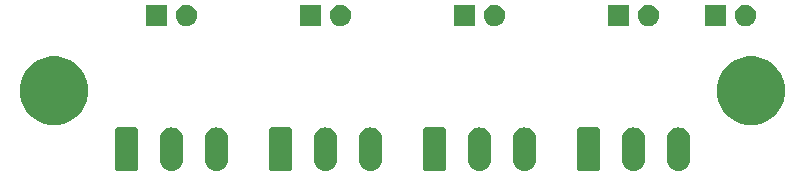
<source format=gbr>
G04 #@! TF.GenerationSoftware,KiCad,Pcbnew,(5.1.5)-3*
G04 #@! TF.CreationDate,2020-03-10T12:06:21-04:00*
G04 #@! TF.ProjectId,Step_Direction_Board,53746570-5f44-4697-9265-6374696f6e5f,rev?*
G04 #@! TF.SameCoordinates,PX7270e00PY78a3ca0*
G04 #@! TF.FileFunction,Soldermask,Top*
G04 #@! TF.FilePolarity,Negative*
%FSLAX46Y46*%
G04 Gerber Fmt 4.6, Leading zero omitted, Abs format (unit mm)*
G04 Created by KiCad (PCBNEW (5.1.5)-3) date 2020-03-10 12:06:21*
%MOMM*%
%LPD*%
G04 APERTURE LIST*
%ADD10C,0.100000*%
G04 APERTURE END LIST*
D10*
G36*
X56057479Y5873893D02*
G01*
X56057482Y5873892D01*
X56057483Y5873892D01*
X56236747Y5819513D01*
X56236750Y5819511D01*
X56236751Y5819511D01*
X56401958Y5731207D01*
X56546767Y5612365D01*
X56665609Y5467556D01*
X56753913Y5302350D01*
X56753915Y5302346D01*
X56753915Y5302345D01*
X56808295Y5123078D01*
X56822055Y4983371D01*
X56822055Y3089935D01*
X56808295Y2950228D01*
X56808294Y2950225D01*
X56808294Y2950224D01*
X56753915Y2770960D01*
X56753913Y2770957D01*
X56753913Y2770956D01*
X56665609Y2605750D01*
X56546767Y2460941D01*
X56401958Y2342099D01*
X56254480Y2263271D01*
X56236748Y2253793D01*
X56057484Y2199414D01*
X56057483Y2199414D01*
X56057480Y2199413D01*
X55871055Y2181052D01*
X55684631Y2199413D01*
X55684628Y2199414D01*
X55684627Y2199414D01*
X55505363Y2253793D01*
X55487631Y2263271D01*
X55340153Y2342099D01*
X55195344Y2460941D01*
X55076502Y2605750D01*
X54988198Y2770956D01*
X54988198Y2770957D01*
X54988196Y2770960D01*
X54933817Y2950224D01*
X54933817Y2950225D01*
X54933816Y2950228D01*
X54920055Y3089936D01*
X54920055Y4983370D01*
X54933815Y5123077D01*
X54933816Y5123081D01*
X54988195Y5302345D01*
X54988198Y5302350D01*
X55076501Y5467556D01*
X55195343Y5612365D01*
X55340152Y5731207D01*
X55505358Y5819511D01*
X55505359Y5819511D01*
X55505362Y5819513D01*
X55684626Y5873892D01*
X55684627Y5873892D01*
X55684630Y5873893D01*
X55871055Y5892254D01*
X56057479Y5873893D01*
G37*
G36*
X52247479Y5873893D02*
G01*
X52247482Y5873892D01*
X52247483Y5873892D01*
X52426747Y5819513D01*
X52426750Y5819511D01*
X52426751Y5819511D01*
X52591958Y5731207D01*
X52736767Y5612365D01*
X52855609Y5467556D01*
X52943913Y5302350D01*
X52943915Y5302346D01*
X52943915Y5302345D01*
X52998295Y5123078D01*
X53012055Y4983371D01*
X53012055Y3089935D01*
X52998295Y2950228D01*
X52998294Y2950225D01*
X52998294Y2950224D01*
X52943915Y2770960D01*
X52943913Y2770957D01*
X52943913Y2770956D01*
X52855609Y2605750D01*
X52736767Y2460941D01*
X52591958Y2342099D01*
X52444480Y2263271D01*
X52426748Y2253793D01*
X52247484Y2199414D01*
X52247483Y2199414D01*
X52247480Y2199413D01*
X52061055Y2181052D01*
X51874631Y2199413D01*
X51874628Y2199414D01*
X51874627Y2199414D01*
X51695363Y2253793D01*
X51677631Y2263271D01*
X51530153Y2342099D01*
X51385344Y2460941D01*
X51266502Y2605750D01*
X51178198Y2770956D01*
X51178198Y2770957D01*
X51178196Y2770960D01*
X51123817Y2950224D01*
X51123817Y2950225D01*
X51123816Y2950228D01*
X51110055Y3089936D01*
X51110055Y4983370D01*
X51123815Y5123077D01*
X51123816Y5123081D01*
X51178195Y5302345D01*
X51178198Y5302350D01*
X51266501Y5467556D01*
X51385343Y5612365D01*
X51530152Y5731207D01*
X51695358Y5819511D01*
X51695359Y5819511D01*
X51695362Y5819513D01*
X51874626Y5873892D01*
X51874627Y5873892D01*
X51874630Y5873893D01*
X52061055Y5892254D01*
X52247479Y5873893D01*
G37*
G36*
X43017479Y5873893D02*
G01*
X43017482Y5873892D01*
X43017483Y5873892D01*
X43196747Y5819513D01*
X43196750Y5819511D01*
X43196751Y5819511D01*
X43361958Y5731207D01*
X43506767Y5612365D01*
X43625609Y5467556D01*
X43713913Y5302350D01*
X43713915Y5302346D01*
X43713915Y5302345D01*
X43768295Y5123078D01*
X43782055Y4983371D01*
X43782055Y3089935D01*
X43768295Y2950228D01*
X43768294Y2950225D01*
X43768294Y2950224D01*
X43713915Y2770960D01*
X43713913Y2770957D01*
X43713913Y2770956D01*
X43625609Y2605750D01*
X43506767Y2460941D01*
X43361958Y2342099D01*
X43214480Y2263271D01*
X43196748Y2253793D01*
X43017484Y2199414D01*
X43017483Y2199414D01*
X43017480Y2199413D01*
X42831055Y2181052D01*
X42644631Y2199413D01*
X42644628Y2199414D01*
X42644627Y2199414D01*
X42465363Y2253793D01*
X42447631Y2263271D01*
X42300153Y2342099D01*
X42155344Y2460941D01*
X42036502Y2605750D01*
X41948198Y2770956D01*
X41948198Y2770957D01*
X41948196Y2770960D01*
X41893817Y2950224D01*
X41893817Y2950225D01*
X41893816Y2950228D01*
X41880055Y3089936D01*
X41880055Y4983370D01*
X41893815Y5123077D01*
X41893816Y5123081D01*
X41948195Y5302345D01*
X41948198Y5302350D01*
X42036501Y5467556D01*
X42155343Y5612365D01*
X42300152Y5731207D01*
X42465358Y5819511D01*
X42465359Y5819511D01*
X42465362Y5819513D01*
X42644626Y5873892D01*
X42644627Y5873892D01*
X42644630Y5873893D01*
X42831055Y5892254D01*
X43017479Y5873893D01*
G37*
G36*
X39207479Y5873893D02*
G01*
X39207482Y5873892D01*
X39207483Y5873892D01*
X39386747Y5819513D01*
X39386750Y5819511D01*
X39386751Y5819511D01*
X39551958Y5731207D01*
X39696767Y5612365D01*
X39815609Y5467556D01*
X39903913Y5302350D01*
X39903915Y5302346D01*
X39903915Y5302345D01*
X39958295Y5123078D01*
X39972055Y4983371D01*
X39972055Y3089935D01*
X39958295Y2950228D01*
X39958294Y2950225D01*
X39958294Y2950224D01*
X39903915Y2770960D01*
X39903913Y2770957D01*
X39903913Y2770956D01*
X39815609Y2605750D01*
X39696767Y2460941D01*
X39551958Y2342099D01*
X39404480Y2263271D01*
X39386748Y2253793D01*
X39207484Y2199414D01*
X39207483Y2199414D01*
X39207480Y2199413D01*
X39021055Y2181052D01*
X38834631Y2199413D01*
X38834628Y2199414D01*
X38834627Y2199414D01*
X38655363Y2253793D01*
X38637631Y2263271D01*
X38490153Y2342099D01*
X38345344Y2460941D01*
X38226502Y2605750D01*
X38138198Y2770956D01*
X38138198Y2770957D01*
X38138196Y2770960D01*
X38083817Y2950224D01*
X38083817Y2950225D01*
X38083816Y2950228D01*
X38070055Y3089936D01*
X38070055Y4983370D01*
X38083815Y5123077D01*
X38083816Y5123081D01*
X38138195Y5302345D01*
X38138198Y5302350D01*
X38226501Y5467556D01*
X38345343Y5612365D01*
X38490152Y5731207D01*
X38655358Y5819511D01*
X38655359Y5819511D01*
X38655362Y5819513D01*
X38834626Y5873892D01*
X38834627Y5873892D01*
X38834630Y5873893D01*
X39021055Y5892254D01*
X39207479Y5873893D01*
G37*
G36*
X29977479Y5873893D02*
G01*
X29977482Y5873892D01*
X29977483Y5873892D01*
X30156747Y5819513D01*
X30156750Y5819511D01*
X30156751Y5819511D01*
X30321958Y5731207D01*
X30466767Y5612365D01*
X30585609Y5467556D01*
X30673913Y5302350D01*
X30673915Y5302346D01*
X30673915Y5302345D01*
X30728295Y5123078D01*
X30742055Y4983371D01*
X30742055Y3089935D01*
X30728295Y2950228D01*
X30728294Y2950225D01*
X30728294Y2950224D01*
X30673915Y2770960D01*
X30673913Y2770957D01*
X30673913Y2770956D01*
X30585609Y2605750D01*
X30466767Y2460941D01*
X30321958Y2342099D01*
X30174480Y2263271D01*
X30156748Y2253793D01*
X29977484Y2199414D01*
X29977483Y2199414D01*
X29977480Y2199413D01*
X29791055Y2181052D01*
X29604631Y2199413D01*
X29604628Y2199414D01*
X29604627Y2199414D01*
X29425363Y2253793D01*
X29407631Y2263271D01*
X29260153Y2342099D01*
X29115344Y2460941D01*
X28996502Y2605750D01*
X28908198Y2770956D01*
X28908198Y2770957D01*
X28908196Y2770960D01*
X28853817Y2950224D01*
X28853817Y2950225D01*
X28853816Y2950228D01*
X28840055Y3089936D01*
X28840055Y4983370D01*
X28853815Y5123077D01*
X28853816Y5123081D01*
X28908195Y5302345D01*
X28908198Y5302350D01*
X28996501Y5467556D01*
X29115343Y5612365D01*
X29260152Y5731207D01*
X29425358Y5819511D01*
X29425359Y5819511D01*
X29425362Y5819513D01*
X29604626Y5873892D01*
X29604627Y5873892D01*
X29604630Y5873893D01*
X29791055Y5892254D01*
X29977479Y5873893D01*
G37*
G36*
X26167479Y5873893D02*
G01*
X26167482Y5873892D01*
X26167483Y5873892D01*
X26346747Y5819513D01*
X26346750Y5819511D01*
X26346751Y5819511D01*
X26511958Y5731207D01*
X26656767Y5612365D01*
X26775609Y5467556D01*
X26863913Y5302350D01*
X26863915Y5302346D01*
X26863915Y5302345D01*
X26918295Y5123078D01*
X26932055Y4983371D01*
X26932055Y3089935D01*
X26918295Y2950228D01*
X26918294Y2950225D01*
X26918294Y2950224D01*
X26863915Y2770960D01*
X26863913Y2770957D01*
X26863913Y2770956D01*
X26775609Y2605750D01*
X26656767Y2460941D01*
X26511958Y2342099D01*
X26364480Y2263271D01*
X26346748Y2253793D01*
X26167484Y2199414D01*
X26167483Y2199414D01*
X26167480Y2199413D01*
X25981055Y2181052D01*
X25794631Y2199413D01*
X25794628Y2199414D01*
X25794627Y2199414D01*
X25615363Y2253793D01*
X25597631Y2263271D01*
X25450153Y2342099D01*
X25305344Y2460941D01*
X25186502Y2605750D01*
X25098198Y2770956D01*
X25098198Y2770957D01*
X25098196Y2770960D01*
X25043817Y2950224D01*
X25043817Y2950225D01*
X25043816Y2950228D01*
X25030055Y3089936D01*
X25030055Y4983370D01*
X25043815Y5123077D01*
X25043816Y5123081D01*
X25098195Y5302345D01*
X25098198Y5302350D01*
X25186501Y5467556D01*
X25305343Y5612365D01*
X25450152Y5731207D01*
X25615358Y5819511D01*
X25615359Y5819511D01*
X25615362Y5819513D01*
X25794626Y5873892D01*
X25794627Y5873892D01*
X25794630Y5873893D01*
X25981055Y5892254D01*
X26167479Y5873893D01*
G37*
G36*
X13127479Y5873893D02*
G01*
X13127482Y5873892D01*
X13127483Y5873892D01*
X13306747Y5819513D01*
X13306750Y5819511D01*
X13306751Y5819511D01*
X13471958Y5731207D01*
X13616767Y5612365D01*
X13735609Y5467556D01*
X13823913Y5302350D01*
X13823915Y5302346D01*
X13823915Y5302345D01*
X13878295Y5123078D01*
X13892055Y4983371D01*
X13892055Y3089935D01*
X13878295Y2950228D01*
X13878294Y2950225D01*
X13878294Y2950224D01*
X13823915Y2770960D01*
X13823913Y2770957D01*
X13823913Y2770956D01*
X13735609Y2605750D01*
X13616767Y2460941D01*
X13471958Y2342099D01*
X13324480Y2263271D01*
X13306748Y2253793D01*
X13127484Y2199414D01*
X13127483Y2199414D01*
X13127480Y2199413D01*
X12941055Y2181052D01*
X12754631Y2199413D01*
X12754628Y2199414D01*
X12754627Y2199414D01*
X12575363Y2253793D01*
X12557631Y2263271D01*
X12410153Y2342099D01*
X12265344Y2460941D01*
X12146502Y2605750D01*
X12058198Y2770956D01*
X12058198Y2770957D01*
X12058196Y2770960D01*
X12003817Y2950224D01*
X12003817Y2950225D01*
X12003816Y2950228D01*
X11990055Y3089936D01*
X11990055Y4983370D01*
X12003815Y5123077D01*
X12003816Y5123081D01*
X12058195Y5302345D01*
X12058198Y5302350D01*
X12146501Y5467556D01*
X12265343Y5612365D01*
X12410152Y5731207D01*
X12575358Y5819511D01*
X12575359Y5819511D01*
X12575362Y5819513D01*
X12754626Y5873892D01*
X12754627Y5873892D01*
X12754630Y5873893D01*
X12941055Y5892254D01*
X13127479Y5873893D01*
G37*
G36*
X16937479Y5873893D02*
G01*
X16937482Y5873892D01*
X16937483Y5873892D01*
X17116747Y5819513D01*
X17116750Y5819511D01*
X17116751Y5819511D01*
X17281958Y5731207D01*
X17426767Y5612365D01*
X17545609Y5467556D01*
X17633913Y5302350D01*
X17633915Y5302346D01*
X17633915Y5302345D01*
X17688295Y5123078D01*
X17702055Y4983371D01*
X17702055Y3089935D01*
X17688295Y2950228D01*
X17688294Y2950225D01*
X17688294Y2950224D01*
X17633915Y2770960D01*
X17633913Y2770957D01*
X17633913Y2770956D01*
X17545609Y2605750D01*
X17426767Y2460941D01*
X17281958Y2342099D01*
X17134480Y2263271D01*
X17116748Y2253793D01*
X16937484Y2199414D01*
X16937483Y2199414D01*
X16937480Y2199413D01*
X16751055Y2181052D01*
X16564631Y2199413D01*
X16564628Y2199414D01*
X16564627Y2199414D01*
X16385363Y2253793D01*
X16367631Y2263271D01*
X16220153Y2342099D01*
X16075344Y2460941D01*
X15956502Y2605750D01*
X15868198Y2770956D01*
X15868198Y2770957D01*
X15868196Y2770960D01*
X15813817Y2950224D01*
X15813817Y2950225D01*
X15813816Y2950228D01*
X15800055Y3089936D01*
X15800055Y4983370D01*
X15813815Y5123077D01*
X15813816Y5123081D01*
X15868195Y5302345D01*
X15868198Y5302350D01*
X15956501Y5467556D01*
X16075343Y5612365D01*
X16220152Y5731207D01*
X16385358Y5819511D01*
X16385359Y5819511D01*
X16385362Y5819513D01*
X16564626Y5873892D01*
X16564627Y5873892D01*
X16564630Y5873893D01*
X16751055Y5892254D01*
X16937479Y5873893D01*
G37*
G36*
X22981970Y5883719D02*
G01*
X23014479Y5873858D01*
X23044437Y5857844D01*
X23070696Y5836294D01*
X23092246Y5810035D01*
X23108260Y5780077D01*
X23118121Y5747568D01*
X23122055Y5707624D01*
X23122055Y2365682D01*
X23118121Y2325738D01*
X23108260Y2293229D01*
X23092246Y2263271D01*
X23070696Y2237012D01*
X23044437Y2215462D01*
X23014479Y2199448D01*
X22981970Y2189587D01*
X22942026Y2185653D01*
X21400084Y2185653D01*
X21360140Y2189587D01*
X21327631Y2199448D01*
X21297673Y2215462D01*
X21271414Y2237012D01*
X21249864Y2263271D01*
X21233850Y2293229D01*
X21223989Y2325738D01*
X21220055Y2365682D01*
X21220055Y5707624D01*
X21223989Y5747568D01*
X21233850Y5780077D01*
X21249864Y5810035D01*
X21271414Y5836294D01*
X21297673Y5857844D01*
X21327631Y5873858D01*
X21360140Y5883719D01*
X21400084Y5887653D01*
X22942026Y5887653D01*
X22981970Y5883719D01*
G37*
G36*
X9941970Y5883719D02*
G01*
X9974479Y5873858D01*
X10004437Y5857844D01*
X10030696Y5836294D01*
X10052246Y5810035D01*
X10068260Y5780077D01*
X10078121Y5747568D01*
X10082055Y5707624D01*
X10082055Y2365682D01*
X10078121Y2325738D01*
X10068260Y2293229D01*
X10052246Y2263271D01*
X10030696Y2237012D01*
X10004437Y2215462D01*
X9974479Y2199448D01*
X9941970Y2189587D01*
X9902026Y2185653D01*
X8360084Y2185653D01*
X8320140Y2189587D01*
X8287631Y2199448D01*
X8257673Y2215462D01*
X8231414Y2237012D01*
X8209864Y2263271D01*
X8193850Y2293229D01*
X8183989Y2325738D01*
X8180055Y2365682D01*
X8180055Y5707624D01*
X8183989Y5747568D01*
X8193850Y5780077D01*
X8209864Y5810035D01*
X8231414Y5836294D01*
X8257673Y5857844D01*
X8287631Y5873858D01*
X8320140Y5883719D01*
X8360084Y5887653D01*
X9902026Y5887653D01*
X9941970Y5883719D01*
G37*
G36*
X36021970Y5883719D02*
G01*
X36054479Y5873858D01*
X36084437Y5857844D01*
X36110696Y5836294D01*
X36132246Y5810035D01*
X36148260Y5780077D01*
X36158121Y5747568D01*
X36162055Y5707624D01*
X36162055Y2365682D01*
X36158121Y2325738D01*
X36148260Y2293229D01*
X36132246Y2263271D01*
X36110696Y2237012D01*
X36084437Y2215462D01*
X36054479Y2199448D01*
X36021970Y2189587D01*
X35982026Y2185653D01*
X34440084Y2185653D01*
X34400140Y2189587D01*
X34367631Y2199448D01*
X34337673Y2215462D01*
X34311414Y2237012D01*
X34289864Y2263271D01*
X34273850Y2293229D01*
X34263989Y2325738D01*
X34260055Y2365682D01*
X34260055Y5707624D01*
X34263989Y5747568D01*
X34273850Y5780077D01*
X34289864Y5810035D01*
X34311414Y5836294D01*
X34337673Y5857844D01*
X34367631Y5873858D01*
X34400140Y5883719D01*
X34440084Y5887653D01*
X35982026Y5887653D01*
X36021970Y5883719D01*
G37*
G36*
X49061970Y5883719D02*
G01*
X49094479Y5873858D01*
X49124437Y5857844D01*
X49150696Y5836294D01*
X49172246Y5810035D01*
X49188260Y5780077D01*
X49198121Y5747568D01*
X49202055Y5707624D01*
X49202055Y2365682D01*
X49198121Y2325738D01*
X49188260Y2293229D01*
X49172246Y2263271D01*
X49150696Y2237012D01*
X49124437Y2215462D01*
X49094479Y2199448D01*
X49061970Y2189587D01*
X49022026Y2185653D01*
X47480084Y2185653D01*
X47440140Y2189587D01*
X47407631Y2199448D01*
X47377673Y2215462D01*
X47351414Y2237012D01*
X47329864Y2263271D01*
X47313850Y2293229D01*
X47303989Y2325738D01*
X47300055Y2365682D01*
X47300055Y5707624D01*
X47303989Y5747568D01*
X47313850Y5780077D01*
X47329864Y5810035D01*
X47351414Y5836294D01*
X47377673Y5857844D01*
X47407631Y5873858D01*
X47440140Y5883719D01*
X47480084Y5887653D01*
X49022026Y5887653D01*
X49061970Y5883719D01*
G37*
G36*
X62846189Y11789517D02*
G01*
X62846192Y11789516D01*
X62846191Y11789516D01*
X63374139Y11570833D01*
X63849280Y11253354D01*
X64253354Y10849280D01*
X64570833Y10374139D01*
X64570834Y10374137D01*
X64789517Y9846189D01*
X64901000Y9285725D01*
X64901000Y8714275D01*
X64789517Y8153811D01*
X64789516Y8153809D01*
X64570833Y7625861D01*
X64253354Y7150720D01*
X63849280Y6746646D01*
X63374139Y6429167D01*
X63374138Y6429166D01*
X63374137Y6429166D01*
X62846189Y6210483D01*
X62285725Y6099000D01*
X61714275Y6099000D01*
X61153811Y6210483D01*
X60625863Y6429166D01*
X60625862Y6429166D01*
X60625861Y6429167D01*
X60150720Y6746646D01*
X59746646Y7150720D01*
X59429167Y7625861D01*
X59210484Y8153809D01*
X59210483Y8153811D01*
X59099000Y8714275D01*
X59099000Y9285725D01*
X59210483Y9846189D01*
X59429166Y10374137D01*
X59429167Y10374139D01*
X59746646Y10849280D01*
X60150720Y11253354D01*
X60625861Y11570833D01*
X61153809Y11789516D01*
X61153808Y11789516D01*
X61153811Y11789517D01*
X61714275Y11901000D01*
X62285725Y11901000D01*
X62846189Y11789517D01*
G37*
G36*
X3846189Y11789517D02*
G01*
X3846192Y11789516D01*
X3846191Y11789516D01*
X4374139Y11570833D01*
X4849280Y11253354D01*
X5253354Y10849280D01*
X5570833Y10374139D01*
X5570834Y10374137D01*
X5789517Y9846189D01*
X5901000Y9285725D01*
X5901000Y8714275D01*
X5789517Y8153811D01*
X5789516Y8153809D01*
X5570833Y7625861D01*
X5253354Y7150720D01*
X4849280Y6746646D01*
X4374139Y6429167D01*
X4374138Y6429166D01*
X4374137Y6429166D01*
X3846189Y6210483D01*
X3285725Y6099000D01*
X2714275Y6099000D01*
X2153811Y6210483D01*
X1625863Y6429166D01*
X1625862Y6429166D01*
X1625861Y6429167D01*
X1150720Y6746646D01*
X746646Y7150720D01*
X429167Y7625861D01*
X210484Y8153809D01*
X210483Y8153811D01*
X99000Y8714275D01*
X99000Y9285725D01*
X210483Y9846189D01*
X429166Y10374137D01*
X429167Y10374139D01*
X746646Y10849280D01*
X1150720Y11253354D01*
X1625861Y11570833D01*
X2153809Y11789516D01*
X2153808Y11789516D01*
X2153811Y11789517D01*
X2714275Y11901000D01*
X3285725Y11901000D01*
X3846189Y11789517D01*
G37*
G36*
X14317358Y16272109D02*
G01*
X14466658Y16242412D01*
X14630630Y16174492D01*
X14778200Y16075889D01*
X14903699Y15950390D01*
X15002302Y15802820D01*
X15070222Y15638848D01*
X15104846Y15464777D01*
X15104846Y15287295D01*
X15070222Y15113224D01*
X15002302Y14949252D01*
X14903699Y14801682D01*
X14778200Y14676183D01*
X14630630Y14577580D01*
X14466658Y14509660D01*
X14317358Y14479963D01*
X14292588Y14475036D01*
X14115104Y14475036D01*
X14090334Y14479963D01*
X13941034Y14509660D01*
X13777062Y14577580D01*
X13629492Y14676183D01*
X13503993Y14801682D01*
X13405390Y14949252D01*
X13337470Y15113224D01*
X13302846Y15287295D01*
X13302846Y15464777D01*
X13337470Y15638848D01*
X13405390Y15802820D01*
X13503993Y15950390D01*
X13629492Y16075889D01*
X13777062Y16174492D01*
X13941034Y16242412D01*
X14090334Y16272109D01*
X14115104Y16277036D01*
X14292588Y16277036D01*
X14317358Y16272109D01*
G37*
G36*
X61653512Y16272109D02*
G01*
X61802812Y16242412D01*
X61966784Y16174492D01*
X62114354Y16075889D01*
X62239853Y15950390D01*
X62338456Y15802820D01*
X62406376Y15638848D01*
X62441000Y15464777D01*
X62441000Y15287295D01*
X62406376Y15113224D01*
X62338456Y14949252D01*
X62239853Y14801682D01*
X62114354Y14676183D01*
X61966784Y14577580D01*
X61802812Y14509660D01*
X61653512Y14479963D01*
X61628742Y14475036D01*
X61451258Y14475036D01*
X61426488Y14479963D01*
X61277188Y14509660D01*
X61113216Y14577580D01*
X60965646Y14676183D01*
X60840147Y14801682D01*
X60741544Y14949252D01*
X60673624Y15113224D01*
X60639000Y15287295D01*
X60639000Y15464777D01*
X60673624Y15638848D01*
X60741544Y15802820D01*
X60840147Y15950390D01*
X60965646Y16075889D01*
X61113216Y16174492D01*
X61277188Y16242412D01*
X61426488Y16272109D01*
X61451258Y16277036D01*
X61628742Y16277036D01*
X61653512Y16272109D01*
G37*
G36*
X59901000Y14475036D02*
G01*
X58099000Y14475036D01*
X58099000Y16277036D01*
X59901000Y16277036D01*
X59901000Y14475036D01*
G37*
G36*
X53437358Y16272109D02*
G01*
X53586658Y16242412D01*
X53750630Y16174492D01*
X53898200Y16075889D01*
X54023699Y15950390D01*
X54122302Y15802820D01*
X54190222Y15638848D01*
X54224846Y15464777D01*
X54224846Y15287295D01*
X54190222Y15113224D01*
X54122302Y14949252D01*
X54023699Y14801682D01*
X53898200Y14676183D01*
X53750630Y14577580D01*
X53586658Y14509660D01*
X53437358Y14479963D01*
X53412588Y14475036D01*
X53235104Y14475036D01*
X53210334Y14479963D01*
X53061034Y14509660D01*
X52897062Y14577580D01*
X52749492Y14676183D01*
X52623993Y14801682D01*
X52525390Y14949252D01*
X52457470Y15113224D01*
X52422846Y15287295D01*
X52422846Y15464777D01*
X52457470Y15638848D01*
X52525390Y15802820D01*
X52623993Y15950390D01*
X52749492Y16075889D01*
X52897062Y16174492D01*
X53061034Y16242412D01*
X53210334Y16272109D01*
X53235104Y16277036D01*
X53412588Y16277036D01*
X53437358Y16272109D01*
G37*
G36*
X51684846Y14475036D02*
G01*
X49882846Y14475036D01*
X49882846Y16277036D01*
X51684846Y16277036D01*
X51684846Y14475036D01*
G37*
G36*
X40397358Y16272109D02*
G01*
X40546658Y16242412D01*
X40710630Y16174492D01*
X40858200Y16075889D01*
X40983699Y15950390D01*
X41082302Y15802820D01*
X41150222Y15638848D01*
X41184846Y15464777D01*
X41184846Y15287295D01*
X41150222Y15113224D01*
X41082302Y14949252D01*
X40983699Y14801682D01*
X40858200Y14676183D01*
X40710630Y14577580D01*
X40546658Y14509660D01*
X40397358Y14479963D01*
X40372588Y14475036D01*
X40195104Y14475036D01*
X40170334Y14479963D01*
X40021034Y14509660D01*
X39857062Y14577580D01*
X39709492Y14676183D01*
X39583993Y14801682D01*
X39485390Y14949252D01*
X39417470Y15113224D01*
X39382846Y15287295D01*
X39382846Y15464777D01*
X39417470Y15638848D01*
X39485390Y15802820D01*
X39583993Y15950390D01*
X39709492Y16075889D01*
X39857062Y16174492D01*
X40021034Y16242412D01*
X40170334Y16272109D01*
X40195104Y16277036D01*
X40372588Y16277036D01*
X40397358Y16272109D01*
G37*
G36*
X38644846Y14475036D02*
G01*
X36842846Y14475036D01*
X36842846Y16277036D01*
X38644846Y16277036D01*
X38644846Y14475036D01*
G37*
G36*
X27357358Y16272109D02*
G01*
X27506658Y16242412D01*
X27670630Y16174492D01*
X27818200Y16075889D01*
X27943699Y15950390D01*
X28042302Y15802820D01*
X28110222Y15638848D01*
X28144846Y15464777D01*
X28144846Y15287295D01*
X28110222Y15113224D01*
X28042302Y14949252D01*
X27943699Y14801682D01*
X27818200Y14676183D01*
X27670630Y14577580D01*
X27506658Y14509660D01*
X27357358Y14479963D01*
X27332588Y14475036D01*
X27155104Y14475036D01*
X27130334Y14479963D01*
X26981034Y14509660D01*
X26817062Y14577580D01*
X26669492Y14676183D01*
X26543993Y14801682D01*
X26445390Y14949252D01*
X26377470Y15113224D01*
X26342846Y15287295D01*
X26342846Y15464777D01*
X26377470Y15638848D01*
X26445390Y15802820D01*
X26543993Y15950390D01*
X26669492Y16075889D01*
X26817062Y16174492D01*
X26981034Y16242412D01*
X27130334Y16272109D01*
X27155104Y16277036D01*
X27332588Y16277036D01*
X27357358Y16272109D01*
G37*
G36*
X25604846Y14475036D02*
G01*
X23802846Y14475036D01*
X23802846Y16277036D01*
X25604846Y16277036D01*
X25604846Y14475036D01*
G37*
G36*
X12564846Y14475036D02*
G01*
X10762846Y14475036D01*
X10762846Y16277036D01*
X12564846Y16277036D01*
X12564846Y14475036D01*
G37*
M02*

</source>
